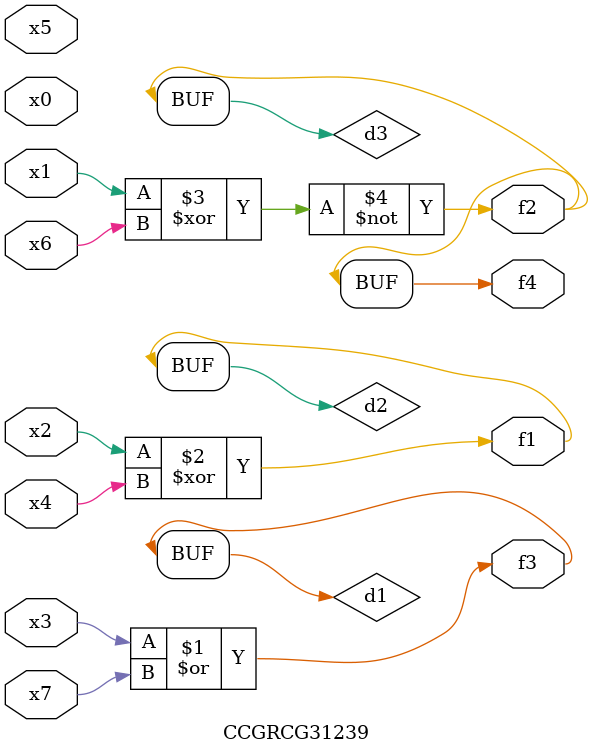
<source format=v>
module CCGRCG31239(
	input x0, x1, x2, x3, x4, x5, x6, x7,
	output f1, f2, f3, f4
);

	wire d1, d2, d3;

	or (d1, x3, x7);
	xor (d2, x2, x4);
	xnor (d3, x1, x6);
	assign f1 = d2;
	assign f2 = d3;
	assign f3 = d1;
	assign f4 = d3;
endmodule

</source>
